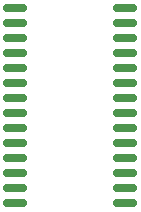
<source format=gbr>
%TF.GenerationSoftware,KiCad,Pcbnew,7.0.2*%
%TF.CreationDate,2023-07-20T19:27:07+01:00*%
%TF.ProjectId,working,776f726b-696e-4672-9e6b-696361645f70,rev?*%
%TF.SameCoordinates,Original*%
%TF.FileFunction,Paste,Bot*%
%TF.FilePolarity,Positive*%
%FSLAX46Y46*%
G04 Gerber Fmt 4.6, Leading zero omitted, Abs format (unit mm)*
G04 Created by KiCad (PCBNEW 7.0.2) date 2023-07-20 19:27:07*
%MOMM*%
%LPD*%
G01*
G04 APERTURE LIST*
G04 Aperture macros list*
%AMRoundRect*
0 Rectangle with rounded corners*
0 $1 Rounding radius*
0 $2 $3 $4 $5 $6 $7 $8 $9 X,Y pos of 4 corners*
0 Add a 4 corners polygon primitive as box body*
4,1,4,$2,$3,$4,$5,$6,$7,$8,$9,$2,$3,0*
0 Add four circle primitives for the rounded corners*
1,1,$1+$1,$2,$3*
1,1,$1+$1,$4,$5*
1,1,$1+$1,$6,$7*
1,1,$1+$1,$8,$9*
0 Add four rect primitives between the rounded corners*
20,1,$1+$1,$2,$3,$4,$5,0*
20,1,$1+$1,$4,$5,$6,$7,0*
20,1,$1+$1,$6,$7,$8,$9,0*
20,1,$1+$1,$8,$9,$2,$3,0*%
G04 Aperture macros list end*
%ADD10RoundRect,0.150000X0.875000X0.150000X-0.875000X0.150000X-0.875000X-0.150000X0.875000X-0.150000X0*%
G04 APERTURE END LIST*
D10*
%TO.C,U1*%
X4650000Y-56745000D03*
X4650000Y-58015000D03*
X4650000Y-59285000D03*
X4650000Y-60555000D03*
X4650000Y-61825000D03*
X4650000Y-63095000D03*
X4650000Y-64365000D03*
X4650000Y-65635000D03*
X4650000Y-66905000D03*
X4650000Y-68175000D03*
X4650000Y-69445000D03*
X4650000Y-70715000D03*
X4650000Y-71985000D03*
X4650000Y-73255000D03*
X-4650000Y-73255000D03*
X-4650000Y-71985000D03*
X-4650000Y-70715000D03*
X-4650000Y-69445000D03*
X-4650000Y-68175000D03*
X-4650000Y-66905000D03*
X-4650000Y-65635000D03*
X-4650000Y-64365000D03*
X-4650000Y-63095000D03*
X-4650000Y-61825000D03*
X-4650000Y-60555000D03*
X-4650000Y-59285000D03*
X-4650000Y-58015000D03*
X-4650000Y-56745000D03*
%TD*%
M02*

</source>
